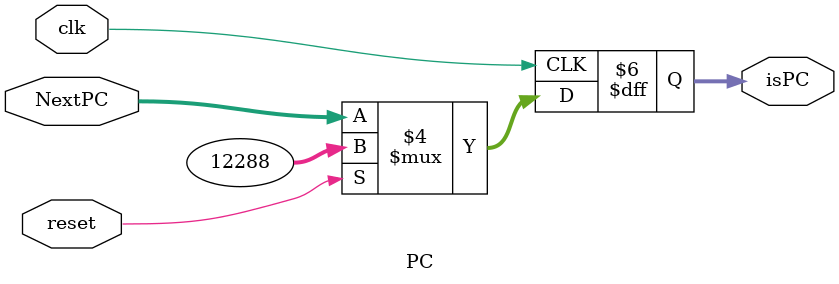
<source format=v>
`timescale 1ns / 1ps
module PC(
     input[31:0] NextPC,
	  input clk,
	  input reset,
	  output reg[31:0] isPC
);
	 initial begin
	    isPC=32'h00003000;
	 end
	 
	 always@(posedge clk)begin
	    if(reset)
		    isPC<=32'h00003000;
		 else 
		    isPC<=NextPC;
	 end
endmodule

</source>
